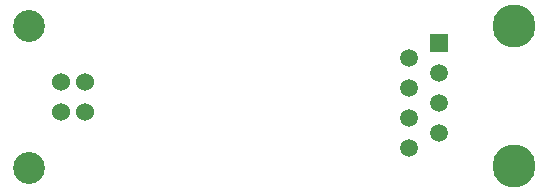
<source format=gbs>
G04 #@! TF.FileFunction,Soldermask,Bot*
%FSLAX46Y46*%
G04 Gerber Fmt 4.6, Leading zero omitted, Abs format (unit mm)*
G04 Created by KiCad (PCBNEW 4.0.4-stable) date Wednesday, October 12, 2016 'AMt' 01:08:12 AM*
%MOMM*%
%LPD*%
G01*
G04 APERTURE LIST*
%ADD10C,0.100000*%
%ADD11C,3.649980*%
%ADD12R,1.501140X1.501140*%
%ADD13C,1.501140*%
%ADD14C,1.524000*%
%ADD15C,2.700020*%
G04 APERTURE END LIST*
D10*
D11*
X188207000Y-111088420D03*
X188207000Y-99219000D03*
D12*
X181857000Y-100704900D03*
D13*
X179317000Y-101974900D03*
X181857000Y-103244900D03*
X179317000Y-104514900D03*
X181857000Y-105784900D03*
X179317000Y-107054900D03*
X181857000Y-108324900D03*
X179317000Y-109594900D03*
D14*
X151831000Y-106538480D03*
X151831000Y-103998480D03*
X149832020Y-103998480D03*
X149832020Y-106538480D03*
D15*
X147132000Y-111267960D03*
X147132000Y-99269000D03*
M02*

</source>
